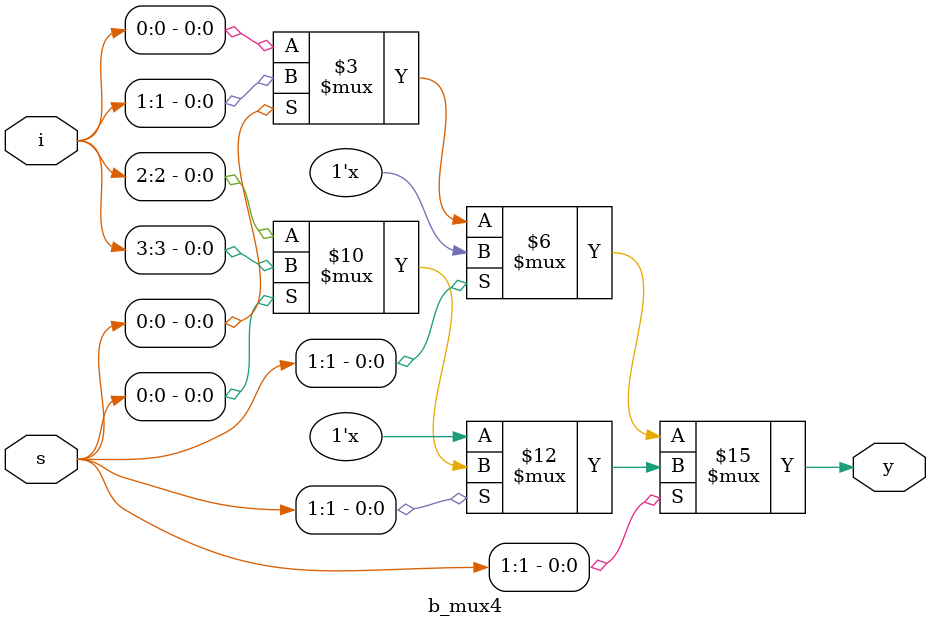
<source format=v>
`timescale 1ns / 1ps
module b_mux4(i,s,y);
    input [3:0] i;
    input [1:0] s;
    output y;
    reg y;
	 always @(*)
	 begin 
	   if(s[1])
	    begin
	     if(s[0])
	         y=i[3];
	    else
	         y=i[2];
	   end
	    else 
	 begin
	      if(s[0])
	         y=i[1];
	 else
	       y=i[0];

end
end
endmodule

</source>
